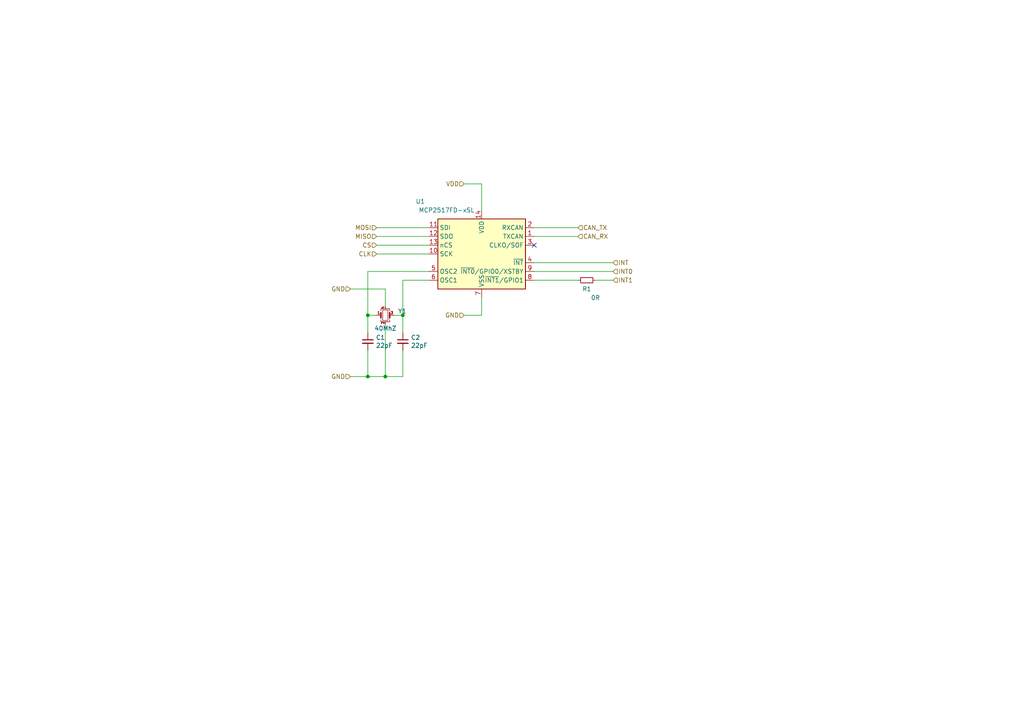
<source format=kicad_sch>
(kicad_sch (version 20211123) (generator eeschema)

  (uuid bdc7face-9f7c-4701-80bb-4cc144448db1)

  (paper "A4")

  (lib_symbols
    (symbol "Device:C_Small" (pin_numbers hide) (pin_names (offset 0.254) hide) (in_bom yes) (on_board yes)
      (property "Reference" "C" (id 0) (at 0.254 1.778 0)
        (effects (font (size 1.27 1.27)) (justify left))
      )
      (property "Value" "C_Small" (id 1) (at 0.254 -2.032 0)
        (effects (font (size 1.27 1.27)) (justify left))
      )
      (property "Footprint" "" (id 2) (at 0 0 0)
        (effects (font (size 1.27 1.27)) hide)
      )
      (property "Datasheet" "~" (id 3) (at 0 0 0)
        (effects (font (size 1.27 1.27)) hide)
      )
      (property "ki_keywords" "capacitor cap" (id 4) (at 0 0 0)
        (effects (font (size 1.27 1.27)) hide)
      )
      (property "ki_description" "Unpolarized capacitor, small symbol" (id 5) (at 0 0 0)
        (effects (font (size 1.27 1.27)) hide)
      )
      (property "ki_fp_filters" "C_*" (id 6) (at 0 0 0)
        (effects (font (size 1.27 1.27)) hide)
      )
      (symbol "C_Small_0_1"
        (polyline
          (pts
            (xy -1.524 -0.508)
            (xy 1.524 -0.508)
          )
          (stroke (width 0.3302) (type default) (color 0 0 0 0))
          (fill (type none))
        )
        (polyline
          (pts
            (xy -1.524 0.508)
            (xy 1.524 0.508)
          )
          (stroke (width 0.3048) (type default) (color 0 0 0 0))
          (fill (type none))
        )
      )
      (symbol "C_Small_1_1"
        (pin passive line (at 0 2.54 270) (length 2.032)
          (name "~" (effects (font (size 1.27 1.27))))
          (number "1" (effects (font (size 1.27 1.27))))
        )
        (pin passive line (at 0 -2.54 90) (length 2.032)
          (name "~" (effects (font (size 1.27 1.27))))
          (number "2" (effects (font (size 1.27 1.27))))
        )
      )
    )
    (symbol "Device:Crystal_GND24_Small" (pin_names (offset 1.016) hide) (in_bom yes) (on_board yes)
      (property "Reference" "Y" (id 0) (at 1.27 4.445 0)
        (effects (font (size 1.27 1.27)) (justify left))
      )
      (property "Value" "Crystal_GND24_Small" (id 1) (at 1.27 2.54 0)
        (effects (font (size 1.27 1.27)) (justify left))
      )
      (property "Footprint" "" (id 2) (at 0 0 0)
        (effects (font (size 1.27 1.27)) hide)
      )
      (property "Datasheet" "~" (id 3) (at 0 0 0)
        (effects (font (size 1.27 1.27)) hide)
      )
      (property "ki_keywords" "quartz ceramic resonator oscillator" (id 4) (at 0 0 0)
        (effects (font (size 1.27 1.27)) hide)
      )
      (property "ki_description" "Four pin crystal, GND on pins 2 and 4, small symbol" (id 5) (at 0 0 0)
        (effects (font (size 1.27 1.27)) hide)
      )
      (property "ki_fp_filters" "Crystal*" (id 6) (at 0 0 0)
        (effects (font (size 1.27 1.27)) hide)
      )
      (symbol "Crystal_GND24_Small_0_1"
        (rectangle (start -0.762 -1.524) (end 0.762 1.524)
          (stroke (width 0) (type default) (color 0 0 0 0))
          (fill (type none))
        )
        (polyline
          (pts
            (xy -1.27 -0.762)
            (xy -1.27 0.762)
          )
          (stroke (width 0.381) (type default) (color 0 0 0 0))
          (fill (type none))
        )
        (polyline
          (pts
            (xy 1.27 -0.762)
            (xy 1.27 0.762)
          )
          (stroke (width 0.381) (type default) (color 0 0 0 0))
          (fill (type none))
        )
        (polyline
          (pts
            (xy -1.27 -1.27)
            (xy -1.27 -1.905)
            (xy 1.27 -1.905)
            (xy 1.27 -1.27)
          )
          (stroke (width 0) (type default) (color 0 0 0 0))
          (fill (type none))
        )
        (polyline
          (pts
            (xy -1.27 1.27)
            (xy -1.27 1.905)
            (xy 1.27 1.905)
            (xy 1.27 1.27)
          )
          (stroke (width 0) (type default) (color 0 0 0 0))
          (fill (type none))
        )
      )
      (symbol "Crystal_GND24_Small_1_1"
        (pin passive line (at -2.54 0 0) (length 1.27)
          (name "1" (effects (font (size 1.27 1.27))))
          (number "1" (effects (font (size 0.762 0.762))))
        )
        (pin passive line (at 0 -2.54 90) (length 0.635)
          (name "2" (effects (font (size 1.27 1.27))))
          (number "2" (effects (font (size 0.762 0.762))))
        )
        (pin passive line (at 2.54 0 180) (length 1.27)
          (name "3" (effects (font (size 1.27 1.27))))
          (number "3" (effects (font (size 0.762 0.762))))
        )
        (pin passive line (at 0 2.54 270) (length 0.635)
          (name "4" (effects (font (size 1.27 1.27))))
          (number "4" (effects (font (size 0.762 0.762))))
        )
      )
    )
    (symbol "Device:R_Small" (pin_numbers hide) (pin_names (offset 0.254) hide) (in_bom yes) (on_board yes)
      (property "Reference" "R" (id 0) (at 0.762 0.508 0)
        (effects (font (size 1.27 1.27)) (justify left))
      )
      (property "Value" "R_Small" (id 1) (at 0.762 -1.016 0)
        (effects (font (size 1.27 1.27)) (justify left))
      )
      (property "Footprint" "" (id 2) (at 0 0 0)
        (effects (font (size 1.27 1.27)) hide)
      )
      (property "Datasheet" "~" (id 3) (at 0 0 0)
        (effects (font (size 1.27 1.27)) hide)
      )
      (property "ki_keywords" "R resistor" (id 4) (at 0 0 0)
        (effects (font (size 1.27 1.27)) hide)
      )
      (property "ki_description" "Resistor, small symbol" (id 5) (at 0 0 0)
        (effects (font (size 1.27 1.27)) hide)
      )
      (property "ki_fp_filters" "R_*" (id 6) (at 0 0 0)
        (effects (font (size 1.27 1.27)) hide)
      )
      (symbol "R_Small_0_1"
        (rectangle (start -0.762 1.778) (end 0.762 -1.778)
          (stroke (width 0.2032) (type default) (color 0 0 0 0))
          (fill (type none))
        )
      )
      (symbol "R_Small_1_1"
        (pin passive line (at 0 2.54 270) (length 0.762)
          (name "~" (effects (font (size 1.27 1.27))))
          (number "1" (effects (font (size 1.27 1.27))))
        )
        (pin passive line (at 0 -2.54 90) (length 0.762)
          (name "~" (effects (font (size 1.27 1.27))))
          (number "2" (effects (font (size 1.27 1.27))))
        )
      )
    )
    (symbol "Interface_CAN_LIN:MCP2517FD-xSL" (in_bom yes) (on_board yes)
      (property "Reference" "U" (id 0) (at -12.7 12.7 0)
        (effects (font (size 1.27 1.27)) (justify left))
      )
      (property "Value" "MCP2517FD-xSL" (id 1) (at 2.54 12.7 0)
        (effects (font (size 1.27 1.27)) (justify left))
      )
      (property "Footprint" "Package_SO:SOIC-14_3.9x8.7mm_P1.27mm" (id 2) (at 0 -25.4 0)
        (effects (font (size 1.27 1.27)) hide)
      )
      (property "Datasheet" "https://ww1.microchip.com/downloads/en/DeviceDoc/20005688A.pdf" (id 3) (at 0 6.35 0)
        (effects (font (size 1.27 1.27)) hide)
      )
      (property "ki_keywords" "CAN FD Controller SPI" (id 4) (at 0 0 0)
        (effects (font (size 1.27 1.27)) hide)
      )
      (property "ki_description" "External CAN FD Controller with SPI Interface, SOIC-14" (id 5) (at 0 0 0)
        (effects (font (size 1.27 1.27)) hide)
      )
      (property "ki_fp_filters" "SOIC*3.9x8.7mm*P1.27mm*" (id 6) (at 0 0 0)
        (effects (font (size 1.27 1.27)) hide)
      )
      (symbol "MCP2517FD-xSL_0_1"
        (rectangle (start -12.7 10.16) (end 12.7 -10.16)
          (stroke (width 0.254) (type default) (color 0 0 0 0))
          (fill (type background))
        )
      )
      (symbol "MCP2517FD-xSL_1_1"
        (pin output line (at 15.24 5.08 180) (length 2.54)
          (name "TXCAN" (effects (font (size 1.27 1.27))))
          (number "1" (effects (font (size 1.27 1.27))))
        )
        (pin input line (at -15.24 0 0) (length 2.54)
          (name "SCK" (effects (font (size 1.27 1.27))))
          (number "10" (effects (font (size 1.27 1.27))))
        )
        (pin input line (at -15.24 7.62 0) (length 2.54)
          (name "SDI" (effects (font (size 1.27 1.27))))
          (number "11" (effects (font (size 1.27 1.27))))
        )
        (pin output line (at -15.24 5.08 0) (length 2.54)
          (name "SDO" (effects (font (size 1.27 1.27))))
          (number "12" (effects (font (size 1.27 1.27))))
        )
        (pin input line (at -15.24 2.54 0) (length 2.54)
          (name "nCS" (effects (font (size 1.27 1.27))))
          (number "13" (effects (font (size 1.27 1.27))))
        )
        (pin power_in line (at 0 12.7 270) (length 2.54)
          (name "VDD" (effects (font (size 1.27 1.27))))
          (number "14" (effects (font (size 1.27 1.27))))
        )
        (pin input line (at 15.24 7.62 180) (length 2.54)
          (name "RXCAN" (effects (font (size 1.27 1.27))))
          (number "2" (effects (font (size 1.27 1.27))))
        )
        (pin output line (at 15.24 2.54 180) (length 2.54)
          (name "CLKO/SOF" (effects (font (size 1.27 1.27))))
          (number "3" (effects (font (size 1.27 1.27))))
        )
        (pin output line (at 15.24 -2.54 180) (length 2.54)
          (name "~{INT}" (effects (font (size 1.27 1.27))))
          (number "4" (effects (font (size 1.27 1.27))))
        )
        (pin output line (at -15.24 -5.08 0) (length 2.54)
          (name "OSC2" (effects (font (size 1.27 1.27))))
          (number "5" (effects (font (size 1.27 1.27))))
        )
        (pin input line (at -15.24 -7.62 0) (length 2.54)
          (name "OSC1" (effects (font (size 1.27 1.27))))
          (number "6" (effects (font (size 1.27 1.27))))
        )
        (pin power_in line (at 0 -12.7 90) (length 2.54)
          (name "VSS" (effects (font (size 1.27 1.27))))
          (number "7" (effects (font (size 1.27 1.27))))
        )
        (pin bidirectional line (at 15.24 -7.62 180) (length 2.54)
          (name "~{INT1}/GPIO1" (effects (font (size 1.27 1.27))))
          (number "8" (effects (font (size 1.27 1.27))))
        )
        (pin bidirectional line (at 15.24 -5.08 180) (length 2.54)
          (name "~{INT0}/GPIO0/XSTBY" (effects (font (size 1.27 1.27))))
          (number "9" (effects (font (size 1.27 1.27))))
        )
      )
    )
  )

  (junction (at 106.68 109.22) (diameter 0) (color 0 0 0 0)
    (uuid 03caada9-9e22-4e2d-9035-b15433dfbb17)
  )
  (junction (at 106.68 91.44) (diameter 0) (color 0 0 0 0)
    (uuid 40976bf0-19de-460f-ad64-224d4f51e16b)
  )
  (junction (at 116.84 91.44) (diameter 0) (color 0 0 0 0)
    (uuid c8c79177-94d4-43e2-a654-f0a5554fbb68)
  )
  (junction (at 111.76 109.22) (diameter 0) (color 0 0 0 0)
    (uuid ffd175d1-912a-4224-be1e-a8198680f46b)
  )

  (no_connect (at 154.94 71.12) (uuid 6bfe5804-2ef9-4c65-b2a7-f01e4014370a))

  (wire (pts (xy 167.64 66.04) (xy 154.94 66.04))
    (stroke (width 0) (type default) (color 0 0 0 0))
    (uuid 0217dfc4-fc13-4699-99ad-d9948522648e)
  )
  (wire (pts (xy 111.76 93.98) (xy 111.76 109.22))
    (stroke (width 0) (type default) (color 0 0 0 0))
    (uuid 13c0ff76-ed71-4cd9-abb0-92c376825d5d)
  )
  (wire (pts (xy 167.64 81.28) (xy 154.94 81.28))
    (stroke (width 0) (type default) (color 0 0 0 0))
    (uuid 1d9cdadc-9036-4a95-b6db-fa7b3b74c869)
  )
  (wire (pts (xy 106.68 109.22) (xy 111.76 109.22))
    (stroke (width 0) (type default) (color 0 0 0 0))
    (uuid 1f3003e6-dce5-420f-906b-3f1e92b67249)
  )
  (wire (pts (xy 154.94 78.74) (xy 177.8 78.74))
    (stroke (width 0) (type default) (color 0 0 0 0))
    (uuid 24f7628d-681d-4f0e-8409-40a129e929d9)
  )
  (wire (pts (xy 124.46 71.12) (xy 109.22 71.12))
    (stroke (width 0) (type default) (color 0 0 0 0))
    (uuid 2f215f15-3d52-4c91-93e6-3ea03a95622f)
  )
  (wire (pts (xy 101.6 83.82) (xy 111.76 83.82))
    (stroke (width 0) (type default) (color 0 0 0 0))
    (uuid 378af8b4-af3d-46e7-89ae-deff12ca9067)
  )
  (wire (pts (xy 154.94 76.2) (xy 177.8 76.2))
    (stroke (width 0) (type default) (color 0 0 0 0))
    (uuid 3a7648d8-121a-4921-9b92-9b35b76ce39b)
  )
  (wire (pts (xy 114.3 91.44) (xy 116.84 91.44))
    (stroke (width 0) (type default) (color 0 0 0 0))
    (uuid 3e903008-0276-4a73-8edb-5d9dfde6297c)
  )
  (wire (pts (xy 106.68 91.44) (xy 106.68 78.74))
    (stroke (width 0) (type default) (color 0 0 0 0))
    (uuid 45008225-f50f-4d6b-b508-6730a9408caf)
  )
  (wire (pts (xy 172.72 81.28) (xy 177.8 81.28))
    (stroke (width 0) (type default) (color 0 0 0 0))
    (uuid 4a4ec8d9-3d72-4952-83d4-808f65849a2b)
  )
  (wire (pts (xy 109.22 73.66) (xy 124.46 73.66))
    (stroke (width 0) (type default) (color 0 0 0 0))
    (uuid 61fe293f-6808-4b7f-9340-9aaac7054a97)
  )
  (wire (pts (xy 116.84 109.22) (xy 116.84 101.6))
    (stroke (width 0) (type default) (color 0 0 0 0))
    (uuid 639c0e59-e95c-4114-bccd-2e7277505454)
  )
  (wire (pts (xy 134.62 91.44) (xy 139.7 91.44))
    (stroke (width 0) (type default) (color 0 0 0 0))
    (uuid 63ff1c93-3f96-4c33-b498-5dd8c33bccc0)
  )
  (wire (pts (xy 116.84 81.28) (xy 124.46 81.28))
    (stroke (width 0) (type default) (color 0 0 0 0))
    (uuid 6475547d-3216-45a4-a15c-48314f1dd0f9)
  )
  (wire (pts (xy 116.84 91.44) (xy 116.84 81.28))
    (stroke (width 0) (type default) (color 0 0 0 0))
    (uuid 75ffc65c-7132-4411-9f2a-ae0c73d79338)
  )
  (wire (pts (xy 111.76 109.22) (xy 116.84 109.22))
    (stroke (width 0) (type default) (color 0 0 0 0))
    (uuid 8412992d-8754-44de-9e08-115cec1a3eff)
  )
  (wire (pts (xy 106.68 96.52) (xy 106.68 91.44))
    (stroke (width 0) (type default) (color 0 0 0 0))
    (uuid 8c514922-ffe1-4e37-a260-e807409f2e0d)
  )
  (wire (pts (xy 109.22 91.44) (xy 106.68 91.44))
    (stroke (width 0) (type default) (color 0 0 0 0))
    (uuid 8c6a821f-8e19-48f3-8f44-9b340f7689bc)
  )
  (wire (pts (xy 106.68 101.6) (xy 106.68 109.22))
    (stroke (width 0) (type default) (color 0 0 0 0))
    (uuid 8ca3e20d-bcc7-4c5e-9deb-562dfed9fecb)
  )
  (wire (pts (xy 109.22 68.58) (xy 124.46 68.58))
    (stroke (width 0) (type default) (color 0 0 0 0))
    (uuid 8da933a9-35f8-42e6-8504-d1bab7264306)
  )
  (wire (pts (xy 139.7 53.34) (xy 139.7 60.96))
    (stroke (width 0) (type default) (color 0 0 0 0))
    (uuid 9e1b837f-0d34-4a18-9644-9ee68f141f46)
  )
  (wire (pts (xy 111.76 83.82) (xy 111.76 88.9))
    (stroke (width 0) (type default) (color 0 0 0 0))
    (uuid a27eb049-c992-4f11-a026-1e6a8d9d0160)
  )
  (wire (pts (xy 106.68 78.74) (xy 124.46 78.74))
    (stroke (width 0) (type default) (color 0 0 0 0))
    (uuid a544eb0a-75db-4baf-bf54-9ca21744343b)
  )
  (wire (pts (xy 139.7 91.44) (xy 139.7 86.36))
    (stroke (width 0) (type default) (color 0 0 0 0))
    (uuid b88717bd-086f-46cd-9d3f-0396009d0996)
  )
  (wire (pts (xy 124.46 66.04) (xy 109.22 66.04))
    (stroke (width 0) (type default) (color 0 0 0 0))
    (uuid bd5408e4-362d-4e43-9d39-78fb99eb52c8)
  )
  (wire (pts (xy 134.62 53.34) (xy 139.7 53.34))
    (stroke (width 0) (type default) (color 0 0 0 0))
    (uuid c01d25cd-f4bb-4ef3-b5ea-533a2a4ddb2b)
  )
  (wire (pts (xy 154.94 68.58) (xy 167.64 68.58))
    (stroke (width 0) (type default) (color 0 0 0 0))
    (uuid c0eca5ed-bc5e-4618-9bcd-80945bea41ed)
  )
  (wire (pts (xy 101.6 109.22) (xy 106.68 109.22))
    (stroke (width 0) (type default) (color 0 0 0 0))
    (uuid d3c11c8f-a73d-4211-934b-a6da255728ad)
  )
  (wire (pts (xy 116.84 96.52) (xy 116.84 91.44))
    (stroke (width 0) (type default) (color 0 0 0 0))
    (uuid e21aa84b-970e-47cf-b64f-3b55ee0e1b51)
  )

  (hierarchical_label "CAN_TX" (shape input) (at 167.64 66.04 0)
    (effects (font (size 1.27 1.27)) (justify left))
    (uuid 0f54db53-a272-4955-88fb-d7ab00657bb0)
  )
  (hierarchical_label "GND" (shape input) (at 101.6 83.82 180)
    (effects (font (size 1.27 1.27)) (justify right))
    (uuid 0ff508fd-18da-4ab7-9844-3c8a28c2587e)
  )
  (hierarchical_label "CS" (shape input) (at 109.22 71.12 180)
    (effects (font (size 1.27 1.27)) (justify right))
    (uuid 31e08896-1992-4725-96d9-9d2728bca7a3)
  )
  (hierarchical_label "CLK" (shape input) (at 109.22 73.66 180)
    (effects (font (size 1.27 1.27)) (justify right))
    (uuid 6441b183-b8f2-458f-a23d-60e2b1f66dd6)
  )
  (hierarchical_label "INT1" (shape input) (at 177.8 81.28 0)
    (effects (font (size 1.27 1.27)) (justify left))
    (uuid 66043bca-a260-4915-9fce-8a51d324c687)
  )
  (hierarchical_label "CAN_RX" (shape input) (at 167.64 68.58 0)
    (effects (font (size 1.27 1.27)) (justify left))
    (uuid 80094b70-85ab-4ff6-934b-60d5ee65023a)
  )
  (hierarchical_label "INT0" (shape input) (at 177.8 78.74 0)
    (effects (font (size 1.27 1.27)) (justify left))
    (uuid 852dabbf-de45-4470-8176-59d37a754407)
  )
  (hierarchical_label "VDD" (shape input) (at 134.62 53.34 180)
    (effects (font (size 1.27 1.27)) (justify right))
    (uuid 922058ca-d09a-45fd-8394-05f3e2c1e03a)
  )
  (hierarchical_label "GND" (shape input) (at 134.62 91.44 180)
    (effects (font (size 1.27 1.27)) (justify right))
    (uuid 97fe9c60-586f-4895-8504-4d3729f5f81a)
  )
  (hierarchical_label "GND" (shape input) (at 101.6 109.22 180)
    (effects (font (size 1.27 1.27)) (justify right))
    (uuid a15a7506-eae4-4933-84da-9ad754258706)
  )
  (hierarchical_label "INT" (shape input) (at 177.8 76.2 0)
    (effects (font (size 1.27 1.27)) (justify left))
    (uuid b5352a33-563a-4ffe-a231-2e68fb54afa3)
  )
  (hierarchical_label "MOSI" (shape input) (at 109.22 66.04 180)
    (effects (font (size 1.27 1.27)) (justify right))
    (uuid bfc0aadc-38cf-466e-a642-68fdc3138c78)
  )
  (hierarchical_label "MISO" (shape input) (at 109.22 68.58 180)
    (effects (font (size 1.27 1.27)) (justify right))
    (uuid d4a1d3c4-b315-4bec-9220-d12a9eab51e0)
  )

  (symbol (lib_id "Device:R_Small") (at 170.18 81.28 90) (mirror x) (unit 1)
    (in_bom yes) (on_board yes)
    (uuid 00000000-0000-0000-0000-0000617f6d49)
    (property "Reference" "R1" (id 0) (at 170.18 83.82 90))
    (property "Value" "0R" (id 1) (at 172.72 86.36 90))
    (property "Footprint" "Resistor_SMD:R_0603_1608Metric" (id 2) (at 170.18 81.28 0)
      (effects (font (size 1.27 1.27)) hide)
    )
    (property "Datasheet" "~" (id 3) (at 170.18 81.28 0)
      (effects (font (size 1.27 1.27)) hide)
    )
    (pin "1" (uuid 02c43930-2c0e-49d9-b811-155189160739))
    (pin "2" (uuid 8c58b9c6-42fa-43ad-a456-e387b2c947c3))
  )

  (symbol (lib_id "Interface_CAN_LIN:MCP2517FD-xSL") (at 139.7 73.66 0) (unit 1)
    (in_bom yes) (on_board yes)
    (uuid 00000000-0000-0000-0000-0000617f7715)
    (property "Reference" "U1" (id 0) (at 121.92 58.42 0))
    (property "Value" "MCP2517FD-xSL" (id 1) (at 129.54 60.96 0))
    (property "Footprint" "Package_SO:SOIC-14_3.9x8.7mm_P1.27mm" (id 2) (at 139.7 99.06 0)
      (effects (font (size 1.27 1.27)) hide)
    )
    (property "Datasheet" "https://ww1.microchip.com/downloads/en/DeviceDoc/20005688A.pdf" (id 3) (at 139.7 67.31 0)
      (effects (font (size 1.27 1.27)) hide)
    )
    (property "MPN" "MCP2517FD-H/SL" (id 4) (at 139.7 73.66 0)
      (effects (font (size 1.27 1.27)) hide)
    )
    (pin "1" (uuid cd2e5225-5247-4632-9c13-2a6002e60f81))
    (pin "10" (uuid 7537aea0-b388-442a-aef3-c0c533ab4f03))
    (pin "11" (uuid eb13127b-57f4-40ae-92df-580d5eb114d3))
    (pin "12" (uuid 8edccde1-1622-4d2c-a78d-855f9cb558c8))
    (pin "13" (uuid b621f56d-b1db-45b0-a11a-e034b1476ae3))
    (pin "14" (uuid 01ebb1b5-4c7a-4fd8-a863-f7885885459b))
    (pin "2" (uuid 9c65e1c6-8ab1-414a-9272-fe2482ea1a5a))
    (pin "3" (uuid 52e7fd43-c612-4b77-bc0c-6984a0f5390a))
    (pin "4" (uuid 31606e64-d70c-484d-aa13-8121440fd5e3))
    (pin "5" (uuid 58aeee1b-6523-4140-98c9-371e6047b257))
    (pin "6" (uuid ed0567f2-593b-44ef-acd4-ca530eae3938))
    (pin "7" (uuid 73a6a009-f337-4955-97a4-ef652363f668))
    (pin "8" (uuid fdb7fcfb-d64b-413d-8ebf-123fd156b69c))
    (pin "9" (uuid c1de4501-e1b6-4942-b001-88ab83f4db7c))
  )

  (symbol (lib_id "Device:Crystal_GND24_Small") (at 111.76 91.44 0) (unit 1)
    (in_bom yes) (on_board yes)
    (uuid 00000000-0000-0000-0000-0000617fbd53)
    (property "Reference" "Y1" (id 0) (at 115.4176 90.2716 0)
      (effects (font (size 1.27 1.27)) (justify left))
    )
    (property "Value" "40MhZ" (id 1) (at 108.585 95.25 0)
      (effects (font (size 1.27 1.27)) (justify left))
    )
    (property "Footprint" "Crystal:Crystal_SMD_Abracon_ABM8G-4Pin_3.2x2.5mm" (id 2) (at 111.76 91.44 0)
      (effects (font (size 1.27 1.27)) hide)
    )
    (property "Datasheet" "~" (id 3) (at 111.76 91.44 0)
      (effects (font (size 1.27 1.27)) hide)
    )
    (property "MPN" "RH100-40.000-18-F-2050-TR" (id 4) (at 111.76 91.44 0)
      (effects (font (size 1.27 1.27)) hide)
    )
    (pin "1" (uuid 689e8e0a-7395-40c8-9a70-e2a038c22c49))
    (pin "2" (uuid 31e4dccb-f02a-48f3-b05e-518f09273001))
    (pin "3" (uuid 81acb3b4-05e2-4b26-9943-763a8dc4daa1))
    (pin "4" (uuid 056cef12-1384-4c87-9094-fd65a4fc9eeb))
  )

  (symbol (lib_id "Device:C_Small") (at 106.68 99.06 0) (unit 1)
    (in_bom yes) (on_board yes)
    (uuid 00000000-0000-0000-0000-0000617fd9d7)
    (property "Reference" "C1" (id 0) (at 109.0168 97.8916 0)
      (effects (font (size 1.27 1.27)) (justify left))
    )
    (property "Value" "22pF" (id 1) (at 109.0168 100.203 0)
      (effects (font (size 1.27 1.27)) (justify left))
    )
    (property "Footprint" "Capacitor_SMD:C_0603_1608Metric" (id 2) (at 106.68 99.06 0)
      (effects (font (size 1.27 1.27)) hide)
    )
    (property "Datasheet" "~" (id 3) (at 106.68 99.06 0)
      (effects (font (size 1.27 1.27)) hide)
    )
    (property "Voltage" "6.3V" (id 4) (at 106.68 99.06 0)
      (effects (font (size 1.27 1.27)) hide)
    )
    (pin "1" (uuid c72a4243-5302-4a0b-9716-93d34f7dc7a0))
    (pin "2" (uuid 9ff10973-5e01-4cd9-a874-6d63d600e66f))
  )

  (symbol (lib_id "Device:C_Small") (at 116.84 99.06 0) (mirror y) (unit 1)
    (in_bom yes) (on_board yes)
    (uuid 00000000-0000-0000-0000-0000617fe3b4)
    (property "Reference" "C2" (id 0) (at 119.1768 97.8916 0)
      (effects (font (size 1.27 1.27)) (justify right))
    )
    (property "Value" "22pF" (id 1) (at 119.1768 100.203 0)
      (effects (font (size 1.27 1.27)) (justify right))
    )
    (property "Footprint" "Capacitor_SMD:C_0603_1608Metric" (id 2) (at 116.84 99.06 0)
      (effects (font (size 1.27 1.27)) hide)
    )
    (property "Datasheet" "~" (id 3) (at 116.84 99.06 0)
      (effects (font (size 1.27 1.27)) hide)
    )
    (property "Voltage" "6.3V" (id 4) (at 116.84 99.06 0)
      (effects (font (size 1.27 1.27)) hide)
    )
    (pin "1" (uuid e4664c1b-a4cd-4eed-8c0f-efff7b6d7960))
    (pin "2" (uuid 1192e7d4-01c4-477b-a6a3-a7dbc3d6f5fa))
  )
)

</source>
